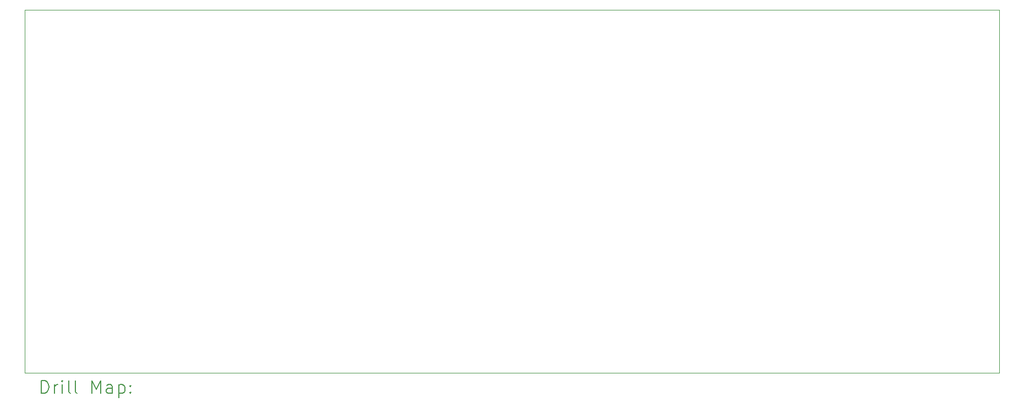
<source format=gbr>
%TF.GenerationSoftware,KiCad,Pcbnew,9.0.5*%
%TF.CreationDate,2025-10-23T02:30:20+02:00*%
%TF.ProjectId,supply-board,73757070-6c79-42d6-926f-6172642e6b69,1.0a*%
%TF.SameCoordinates,Original*%
%TF.FileFunction,Drillmap*%
%TF.FilePolarity,Positive*%
%FSLAX45Y45*%
G04 Gerber Fmt 4.5, Leading zero omitted, Abs format (unit mm)*
G04 Created by KiCad (PCBNEW 9.0.5) date 2025-10-23 02:30:20*
%MOMM*%
%LPD*%
G01*
G04 APERTURE LIST*
%ADD10C,0.050000*%
%ADD11C,0.200000*%
G04 APERTURE END LIST*
D10*
X3669000Y-6251640D02*
X18669000Y-6251640D01*
X18669000Y-11851640D01*
X3669000Y-11851640D01*
X3669000Y-6251640D01*
D11*
X3927277Y-12165624D02*
X3927277Y-11965624D01*
X3927277Y-11965624D02*
X3974896Y-11965624D01*
X3974896Y-11965624D02*
X4003467Y-11975148D01*
X4003467Y-11975148D02*
X4022515Y-11994195D01*
X4022515Y-11994195D02*
X4032039Y-12013243D01*
X4032039Y-12013243D02*
X4041562Y-12051338D01*
X4041562Y-12051338D02*
X4041562Y-12079909D01*
X4041562Y-12079909D02*
X4032039Y-12118005D01*
X4032039Y-12118005D02*
X4022515Y-12137052D01*
X4022515Y-12137052D02*
X4003467Y-12156100D01*
X4003467Y-12156100D02*
X3974896Y-12165624D01*
X3974896Y-12165624D02*
X3927277Y-12165624D01*
X4127277Y-12165624D02*
X4127277Y-12032290D01*
X4127277Y-12070386D02*
X4136801Y-12051338D01*
X4136801Y-12051338D02*
X4146324Y-12041814D01*
X4146324Y-12041814D02*
X4165372Y-12032290D01*
X4165372Y-12032290D02*
X4184420Y-12032290D01*
X4251086Y-12165624D02*
X4251086Y-12032290D01*
X4251086Y-11965624D02*
X4241563Y-11975148D01*
X4241563Y-11975148D02*
X4251086Y-11984671D01*
X4251086Y-11984671D02*
X4260610Y-11975148D01*
X4260610Y-11975148D02*
X4251086Y-11965624D01*
X4251086Y-11965624D02*
X4251086Y-11984671D01*
X4374896Y-12165624D02*
X4355848Y-12156100D01*
X4355848Y-12156100D02*
X4346324Y-12137052D01*
X4346324Y-12137052D02*
X4346324Y-11965624D01*
X4479658Y-12165624D02*
X4460610Y-12156100D01*
X4460610Y-12156100D02*
X4451086Y-12137052D01*
X4451086Y-12137052D02*
X4451086Y-11965624D01*
X4708229Y-12165624D02*
X4708229Y-11965624D01*
X4708229Y-11965624D02*
X4774896Y-12108481D01*
X4774896Y-12108481D02*
X4841563Y-11965624D01*
X4841563Y-11965624D02*
X4841563Y-12165624D01*
X5022515Y-12165624D02*
X5022515Y-12060862D01*
X5022515Y-12060862D02*
X5012991Y-12041814D01*
X5012991Y-12041814D02*
X4993944Y-12032290D01*
X4993944Y-12032290D02*
X4955848Y-12032290D01*
X4955848Y-12032290D02*
X4936801Y-12041814D01*
X5022515Y-12156100D02*
X5003467Y-12165624D01*
X5003467Y-12165624D02*
X4955848Y-12165624D01*
X4955848Y-12165624D02*
X4936801Y-12156100D01*
X4936801Y-12156100D02*
X4927277Y-12137052D01*
X4927277Y-12137052D02*
X4927277Y-12118005D01*
X4927277Y-12118005D02*
X4936801Y-12098957D01*
X4936801Y-12098957D02*
X4955848Y-12089433D01*
X4955848Y-12089433D02*
X5003467Y-12089433D01*
X5003467Y-12089433D02*
X5022515Y-12079909D01*
X5117753Y-12032290D02*
X5117753Y-12232290D01*
X5117753Y-12041814D02*
X5136801Y-12032290D01*
X5136801Y-12032290D02*
X5174896Y-12032290D01*
X5174896Y-12032290D02*
X5193944Y-12041814D01*
X5193944Y-12041814D02*
X5203467Y-12051338D01*
X5203467Y-12051338D02*
X5212991Y-12070386D01*
X5212991Y-12070386D02*
X5212991Y-12127528D01*
X5212991Y-12127528D02*
X5203467Y-12146576D01*
X5203467Y-12146576D02*
X5193944Y-12156100D01*
X5193944Y-12156100D02*
X5174896Y-12165624D01*
X5174896Y-12165624D02*
X5136801Y-12165624D01*
X5136801Y-12165624D02*
X5117753Y-12156100D01*
X5298705Y-12146576D02*
X5308229Y-12156100D01*
X5308229Y-12156100D02*
X5298705Y-12165624D01*
X5298705Y-12165624D02*
X5289182Y-12156100D01*
X5289182Y-12156100D02*
X5298705Y-12146576D01*
X5298705Y-12146576D02*
X5298705Y-12165624D01*
X5298705Y-12041814D02*
X5308229Y-12051338D01*
X5308229Y-12051338D02*
X5298705Y-12060862D01*
X5298705Y-12060862D02*
X5289182Y-12051338D01*
X5289182Y-12051338D02*
X5298705Y-12041814D01*
X5298705Y-12041814D02*
X5298705Y-12060862D01*
M02*

</source>
